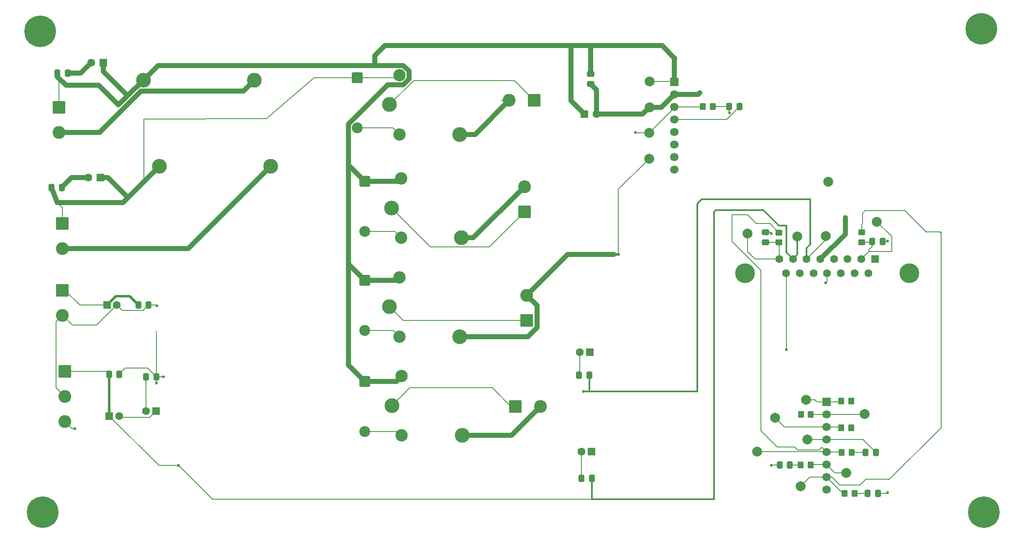
<source format=gbr>
%TF.GenerationSoftware,KiCad,Pcbnew,9.0.6*%
%TF.CreationDate,2026-01-14T23:40:17-08:00*%
%TF.ProjectId,ald_control_board,616c645f-636f-46e7-9472-6f6c5f626f61,rev?*%
%TF.SameCoordinates,Original*%
%TF.FileFunction,Copper,L1,Top*%
%TF.FilePolarity,Positive*%
%FSLAX46Y46*%
G04 Gerber Fmt 4.6, Leading zero omitted, Abs format (unit mm)*
G04 Created by KiCad (PCBNEW 9.0.6) date 2026-01-14 23:40:17*
%MOMM*%
%LPD*%
G01*
G04 APERTURE LIST*
G04 Aperture macros list*
%AMRoundRect*
0 Rectangle with rounded corners*
0 $1 Rounding radius*
0 $2 $3 $4 $5 $6 $7 $8 $9 X,Y pos of 4 corners*
0 Add a 4 corners polygon primitive as box body*
4,1,4,$2,$3,$4,$5,$6,$7,$8,$9,$2,$3,0*
0 Add four circle primitives for the rounded corners*
1,1,$1+$1,$2,$3*
1,1,$1+$1,$4,$5*
1,1,$1+$1,$6,$7*
1,1,$1+$1,$8,$9*
0 Add four rect primitives between the rounded corners*
20,1,$1+$1,$2,$3,$4,$5,0*
20,1,$1+$1,$4,$5,$6,$7,0*
20,1,$1+$1,$6,$7,$8,$9,0*
20,1,$1+$1,$8,$9,$2,$3,0*%
G04 Aperture macros list end*
%TA.AperFunction,EtchedComponent*%
%ADD10C,0.000000*%
%TD*%
%TA.AperFunction,ComponentPad*%
%ADD11C,0.800000*%
%TD*%
%TA.AperFunction,ComponentPad*%
%ADD12C,6.400000*%
%TD*%
%TA.AperFunction,ComponentPad*%
%ADD13C,2.000000*%
%TD*%
%TA.AperFunction,SMDPad,CuDef*%
%ADD14RoundRect,0.250000X0.475000X-0.337500X0.475000X0.337500X-0.475000X0.337500X-0.475000X-0.337500X0*%
%TD*%
%TA.AperFunction,SMDPad,CuDef*%
%ADD15RoundRect,0.250000X-0.450000X0.350000X-0.450000X-0.350000X0.450000X-0.350000X0.450000X0.350000X0*%
%TD*%
%TA.AperFunction,ComponentPad*%
%ADD16C,1.600000*%
%TD*%
%TA.AperFunction,ComponentPad*%
%ADD17R,1.600000X1.600000*%
%TD*%
%TA.AperFunction,ComponentPad*%
%ADD18C,4.000000*%
%TD*%
%TA.AperFunction,SMDPad,CuDef*%
%ADD19RoundRect,0.250000X-0.337500X-0.475000X0.337500X-0.475000X0.337500X0.475000X-0.337500X0.475000X0*%
%TD*%
%TA.AperFunction,ComponentPad*%
%ADD20C,2.500000*%
%TD*%
%TA.AperFunction,ComponentPad*%
%ADD21C,3.000000*%
%TD*%
%TA.AperFunction,SMDPad,CuDef*%
%ADD22RoundRect,0.250000X0.350000X0.450000X-0.350000X0.450000X-0.350000X-0.450000X0.350000X-0.450000X0*%
%TD*%
%TA.AperFunction,ComponentPad*%
%ADD23RoundRect,0.249999X-0.850001X0.850001X-0.850001X-0.850001X0.850001X-0.850001X0.850001X0.850001X0*%
%TD*%
%TA.AperFunction,ComponentPad*%
%ADD24C,2.200000*%
%TD*%
%TA.AperFunction,SMDPad,CuDef*%
%ADD25RoundRect,0.250000X-0.475000X0.337500X-0.475000X-0.337500X0.475000X-0.337500X0.475000X0.337500X0*%
%TD*%
%TA.AperFunction,SMDPad,CuDef*%
%ADD26C,0.500000*%
%TD*%
%TA.AperFunction,SMDPad,CuDef*%
%ADD27RoundRect,0.250000X0.337500X0.475000X-0.337500X0.475000X-0.337500X-0.475000X0.337500X-0.475000X0*%
%TD*%
%TA.AperFunction,ComponentPad*%
%ADD28RoundRect,0.250000X-0.550000X-0.550000X0.550000X-0.550000X0.550000X0.550000X-0.550000X0.550000X0*%
%TD*%
%TA.AperFunction,ComponentPad*%
%ADD29R,1.700000X1.700000*%
%TD*%
%TA.AperFunction,ComponentPad*%
%ADD30C,1.700000*%
%TD*%
%TA.AperFunction,ComponentPad*%
%ADD31RoundRect,0.250000X-1.050000X1.050000X-1.050000X-1.050000X1.050000X-1.050000X1.050000X1.050000X0*%
%TD*%
%TA.AperFunction,ComponentPad*%
%ADD32C,2.600000*%
%TD*%
%TA.AperFunction,SMDPad,CuDef*%
%ADD33RoundRect,0.250000X-0.350000X-0.450000X0.350000X-0.450000X0.350000X0.450000X-0.350000X0.450000X0*%
%TD*%
%TA.AperFunction,ComponentPad*%
%ADD34RoundRect,0.250000X0.550000X0.550000X-0.550000X0.550000X-0.550000X-0.550000X0.550000X-0.550000X0*%
%TD*%
%TA.AperFunction,ComponentPad*%
%ADD35RoundRect,0.250000X1.050000X-1.050000X1.050000X1.050000X-1.050000X1.050000X-1.050000X-1.050000X0*%
%TD*%
%TA.AperFunction,ComponentPad*%
%ADD36RoundRect,0.250000X1.050000X1.050000X-1.050000X1.050000X-1.050000X-1.050000X1.050000X-1.050000X0*%
%TD*%
%TA.AperFunction,ComponentPad*%
%ADD37RoundRect,0.250000X-1.050000X-1.050000X1.050000X-1.050000X1.050000X1.050000X-1.050000X1.050000X0*%
%TD*%
%TA.AperFunction,ViaPad*%
%ADD38C,0.600000*%
%TD*%
%TA.AperFunction,Conductor*%
%ADD39C,0.200000*%
%TD*%
%TA.AperFunction,Conductor*%
%ADD40C,0.350000*%
%TD*%
%TA.AperFunction,Conductor*%
%ADD41C,1.000000*%
%TD*%
%TA.AperFunction,Conductor*%
%ADD42C,0.500000*%
%TD*%
G04 APERTURE END LIST*
D10*
%TA.AperFunction,EtchedComponent*%
%TO.C,R_GND_TIE1*%
G36*
X178532200Y-92980800D02*
G01*
X177532200Y-92980800D01*
X177532200Y-92480800D01*
X178532200Y-92480800D01*
X178532200Y-92980800D01*
G37*
%TD.AperFunction*%
%TD*%
D11*
%TO.P,REF\u002A\u002A,1*%
%TO.N,N/C*%
X59100000Y-47500000D03*
X59802944Y-45802944D03*
X59802944Y-49197056D03*
X61500000Y-45100000D03*
D12*
X61500000Y-47500000D03*
D11*
X61500000Y-49900000D03*
X63197056Y-45802944D03*
X63197056Y-49197056D03*
X63900000Y-47500000D03*
%TD*%
%TO.P,REF\u002A\u002A,1*%
%TO.N,N/C*%
X59600000Y-145000000D03*
X60302944Y-143302944D03*
X60302944Y-146697056D03*
X62000000Y-142600000D03*
D12*
X62000000Y-145000000D03*
D11*
X62000000Y-147400000D03*
X63697056Y-143302944D03*
X63697056Y-146697056D03*
X64400000Y-145000000D03*
%TD*%
%TO.P,REF\u002A\u002A,1*%
%TO.N,N/C*%
X250100000Y-145000000D03*
X250802944Y-143302944D03*
X250802944Y-146697056D03*
X252500000Y-142600000D03*
D12*
X252500000Y-145000000D03*
D11*
X252500000Y-147400000D03*
X254197056Y-143302944D03*
X254197056Y-146697056D03*
X254900000Y-145000000D03*
%TD*%
%TO.P,REF\u002A\u002A,1*%
%TO.N,N/C*%
X249600000Y-47000000D03*
X250302944Y-45302944D03*
X250302944Y-48697056D03*
X252000000Y-44600000D03*
D12*
X252000000Y-47000000D03*
D11*
X252000000Y-49400000D03*
X253697056Y-45302944D03*
X253697056Y-48697056D03*
X254400000Y-47000000D03*
%TD*%
D13*
%TO.P,TP13,1,1*%
%TO.N,GND_SIG*%
X221000000Y-78000000D03*
%TD*%
%TO.P,TP9,1,1*%
%TO.N,Net-(C15-Pad1)*%
X230834900Y-86126800D03*
%TD*%
%TO.P,TP11,1,1*%
%TO.N,-15V*%
X220522800Y-89001600D03*
%TD*%
D14*
%TO.P,C14,1*%
%TO.N,Net-(C14-Pad1)*%
X208279700Y-90292400D03*
%TO.P,C14,2*%
%TO.N,GND_SIG*%
X208279700Y-88217400D03*
%TD*%
D15*
%TO.P,R9,1*%
%TO.N,/daq_interface/AI_MFC_FLOW*%
X227786900Y-88241600D03*
%TO.P,R9,2*%
%TO.N,Net-(C15-Pad1)*%
X227786900Y-90241600D03*
%TD*%
D16*
%TO.P,J10,15,P15*%
%TO.N,CHASSIS_GND*%
X212470100Y-96508800D03*
%TO.P,J10,14,P14*%
%TO.N,unconnected-(J10-P14-Pad14)*%
X215240100Y-96508800D03*
%TO.P,J10,13,P13*%
%TO.N,unconnected-(J10-P13-Pad13)*%
X218010100Y-96508800D03*
%TO.P,J10,12,P12*%
%TO.N,GND_SIG*%
X220780100Y-96508800D03*
%TO.P,J10,11,P111*%
X223550100Y-96508800D03*
%TO.P,J10,10,P10*%
%TO.N,unconnected-(J10-P10-Pad10)*%
X226320100Y-96508800D03*
%TO.P,J10,9,P9*%
%TO.N,unconnected-(J10-P9-Pad9)*%
X229090100Y-96508800D03*
%TO.P,J10,8,8*%
%TO.N,Net-(C14-Pad1)*%
X211085100Y-93668800D03*
%TO.P,J10,7,7*%
%TO.N,+15V*%
X213855100Y-93668800D03*
%TO.P,J10,6,6*%
%TO.N,-15V*%
X216625100Y-93668800D03*
%TO.P,J10,5,5*%
%TO.N,GND_PWR*%
X219395100Y-93668800D03*
%TO.P,J10,4,4*%
%TO.N,unconnected-(J10-Pad4)*%
X222165100Y-93668800D03*
%TO.P,J10,3,3*%
%TO.N,unconnected-(J10-Pad3)*%
X224935100Y-93668800D03*
%TO.P,J10,2,2*%
%TO.N,Net-(C15-Pad1)*%
X227705100Y-93668800D03*
D17*
%TO.P,J10,1,1*%
%TO.N,unconnected-(J10-Pad1)*%
X230475100Y-93668800D03*
D18*
%TO.P,J10,0*%
%TO.N,N/C*%
X237430100Y-96508800D03*
X204130100Y-96508800D03*
%TD*%
D13*
%TO.P,TP10,1,1*%
%TO.N,Net-(C14-Pad1)*%
X204622100Y-88514400D03*
%TD*%
D15*
%TO.P,R8,1*%
%TO.N,/daq_interface/AO_MFC_SETPOINT*%
X211022900Y-88292400D03*
%TO.P,R8,2*%
%TO.N,Net-(C14-Pad1)*%
X211022900Y-90292400D03*
%TD*%
D19*
%TO.P,C15,1*%
%TO.N,Net-(C15-Pad1)*%
X229920500Y-90089200D03*
%TO.P,C15,2*%
%TO.N,GND_SIG*%
X231995500Y-90089200D03*
%TD*%
D13*
%TO.P,TP12,1,1*%
%TO.N,+15V*%
X214731600Y-89103200D03*
%TD*%
D20*
%TO.P,K1,5*%
%TO.N,+24V*%
X134531200Y-77344000D03*
D21*
%TO.P,K1,3*%
%TO.N,GND_PWR*%
X146731200Y-89344000D03*
D20*
%TO.P,K1,2*%
%TO.N,/relay_board/P0.1*%
X134531200Y-89344000D03*
D21*
%TO.P,K1,1*%
%TO.N,Net-(J6-Pin_1)*%
X132581200Y-83294000D03*
%TD*%
D22*
%TO.P,R10,1*%
%TO.N,/vacuum_gauge_interface/AI_PRESSURE_FILT*%
X197630800Y-62788800D03*
%TO.P,R10,2*%
%TO.N,/vacuum_gauge_interface/AI_PRESSURE*%
X195630800Y-62788800D03*
%TD*%
%TO.P,R4,1*%
%TO.N,/daq_interface/DO_N2_DRV*%
X225666600Y-127833600D03*
%TO.P,R4,2*%
%TO.N,/daq_interface/DO_N2*%
X223666600Y-127833600D03*
%TD*%
D21*
%TO.P,F2,1*%
%TO.N,GND_PWR*%
X108131200Y-74894000D03*
%TO.P,F2,2*%
%TO.N,+12V*%
X85631200Y-74894000D03*
%TD*%
D23*
%TO.P,D1,1,K*%
%TO.N,+24V*%
X127186200Y-77948000D03*
D24*
%TO.P,D1,2,A*%
%TO.N,/relay_board/P0.1*%
X127186200Y-88108000D03*
%TD*%
D13*
%TO.P,TP15,1,1*%
%TO.N,+24V*%
X184861200Y-57658000D03*
%TD*%
D25*
%TO.P,C20,1*%
%TO.N,+24V*%
X172944700Y-56112500D03*
%TO.P,C20,2*%
%TO.N,GND_PWR*%
X172944700Y-58187500D03*
%TD*%
D26*
%TO.P,R_GND_TIE1,1*%
%TO.N,GND_PWR*%
X177532200Y-92730800D03*
%TO.P,R_GND_TIE1,2*%
%TO.N,GND_SIG*%
X178532200Y-92730800D03*
%TD*%
D19*
%TO.P,C5,1*%
%TO.N,+5V*%
X81380112Y-103000000D03*
%TO.P,C5,2*%
%TO.N,GND_SIG*%
X83455112Y-103000000D03*
%TD*%
%TO.P,C11,1*%
%TO.N,/daq_interface/AO_MFC_SP_FILT*%
X228578200Y-132862800D03*
%TO.P,C11,2*%
%TO.N,GND_SIG*%
X230653200Y-132862800D03*
%TD*%
D22*
%TO.P,R5,1*%
%TO.N,/daq_interface/AO_MFC_SP_FILT*%
X225717400Y-132862800D03*
%TO.P,R5,2*%
%TO.N,/daq_interface/AO_MFC_SETPOINT*%
X223717400Y-132862800D03*
%TD*%
D23*
%TO.P,D3,1,K*%
%TO.N,+24V*%
X127181400Y-97963200D03*
D24*
%TO.P,D3,2,A*%
%TO.N,/relay_board/P0.2*%
X127181400Y-108123200D03*
%TD*%
D23*
%TO.P,D4,1,K*%
%TO.N,+24V*%
X127186200Y-118435600D03*
D24*
%TO.P,D4,2,A*%
%TO.N,/relay_board/P0.3*%
X127186200Y-128595600D03*
%TD*%
D27*
%TO.P,C2,1*%
%TO.N,GND_PWR*%
X67075000Y-56000000D03*
%TO.P,C2,2*%
%TO.N,+24V*%
X65000000Y-56000000D03*
%TD*%
D28*
%TO.P,C21,1*%
%TO.N,+24V*%
X171639221Y-64312800D03*
D16*
%TO.P,C21,2*%
%TO.N,GND_PWR*%
X174139221Y-64312800D03*
%TD*%
D29*
%TO.P,J9,1,Pin_1*%
%TO.N,/daq_interface/DO_FORELINE*%
X220675200Y-122631200D03*
D30*
%TO.P,J9,2,Pin_2*%
%TO.N,/daq_interface/DO_PRECURSOR*%
X220675200Y-125171200D03*
%TO.P,J9,3,Pin_3*%
%TO.N,/daq_interface/DO_N2*%
X220675200Y-127711200D03*
%TO.P,J9,4,Pin_4*%
%TO.N,GND_SIG*%
X220675200Y-130251200D03*
%TO.P,J9,5,Pin_5*%
%TO.N,/daq_interface/AO_MFC_SETPOINT*%
X220675200Y-132791200D03*
%TO.P,J9,6,Pin_6*%
%TO.N,/vacuum_gauge_interface/AI_PRESSURE*%
X220675200Y-135331200D03*
%TO.P,J9,7,Pin_7*%
%TO.N,/daq_interface/AI_MFC_FLOW*%
X220675200Y-137871200D03*
%TO.P,J9,8,Pin_8*%
%TO.N,GND_SIG*%
X220675200Y-140411200D03*
%TD*%
D19*
%TO.P,C18,1*%
%TO.N,Net-(C18-Pad1)*%
X171082987Y-138125200D03*
%TO.P,C18,2*%
%TO.N,+15V*%
X173157987Y-138125200D03*
%TD*%
D31*
%TO.P,J2,1,Pin_1*%
%TO.N,+12V*%
X66000000Y-86455000D03*
D32*
%TO.P,J2,2,Pin_2*%
%TO.N,GND_PWR*%
X66000000Y-91535000D03*
%TD*%
D19*
%TO.P,C17,1*%
%TO.N,Net-(C16-Pad2)*%
X170575400Y-117195600D03*
%TO.P,C17,2*%
%TO.N,-15V*%
X172650400Y-117195600D03*
%TD*%
D33*
%TO.P,R6,1*%
%TO.N,/vacuum_gauge_interface/AI_PRESSURE_FILT*%
X215453000Y-135402800D03*
%TO.P,R6,2*%
%TO.N,/vacuum_gauge_interface/AI_PRESSURE*%
X217453000Y-135402800D03*
%TD*%
D13*
%TO.P,TP8,1,1*%
%TO.N,/daq_interface/AI_MFC_FLOW*%
X215421000Y-139720800D03*
%TD*%
%TO.P,TP5,1,1*%
%TO.N,GND_SIG*%
X216792600Y-130221200D03*
%TD*%
D19*
%TO.P,C9,1*%
%TO.N,-15V*%
X82925000Y-117500000D03*
%TO.P,C9,2*%
%TO.N,GND_SIG*%
X85000000Y-117500000D03*
%TD*%
D34*
%TO.P,C19,1*%
%TO.N,GND_PWR*%
X173075600Y-132689600D03*
D16*
%TO.P,C19,2*%
%TO.N,Net-(C18-Pad1)*%
X171075600Y-132689600D03*
%TD*%
D35*
%TO.P,J7,1,Pin_1*%
%TO.N,Net-(J7-Pin_1)*%
X160000000Y-106080000D03*
D32*
%TO.P,J7,2,Pin_2*%
%TO.N,GND_PWR*%
X160000000Y-101000000D03*
%TD*%
D31*
%TO.P,J3,1,Pin_1*%
%TO.N,+5V*%
X66000000Y-100000000D03*
D32*
%TO.P,J3,2,Pin_2*%
%TO.N,GND_SIG*%
X66000000Y-105080000D03*
%TD*%
D33*
%TO.P,R3,1*%
%TO.N,/daq_interface/DO_PRECURSOR_DRV*%
X215471800Y-125192000D03*
%TO.P,R3,2*%
%TO.N,/daq_interface/DO_PRECURSOR*%
X217471800Y-125192000D03*
%TD*%
D31*
%TO.P,J1,1,Pin_1*%
%TO.N,+24V*%
X65327500Y-62955000D03*
D32*
%TO.P,J1,2,Pin_2*%
%TO.N,GND_PWR*%
X65327500Y-68035000D03*
%TD*%
D19*
%TO.P,C13,1*%
%TO.N,/daq_interface/AI_MFC_FLOW_FILT*%
X228984600Y-141143200D03*
%TO.P,C13,2*%
%TO.N,GND_SIG*%
X231059600Y-141143200D03*
%TD*%
%TO.P,C22,1*%
%TO.N,/vacuum_gauge_interface/AI_PRESSURE_FILT*%
X200964800Y-62788800D03*
%TO.P,C22,2*%
%TO.N,GND_SIG*%
X203039800Y-62788800D03*
%TD*%
D28*
%TO.P,C6,1*%
%TO.N,+5V*%
X75000000Y-103000000D03*
D16*
%TO.P,C6,2*%
%TO.N,GND_SIG*%
X77000000Y-103000000D03*
%TD*%
D21*
%TO.P,K4,1*%
%TO.N,Net-(J8-Pin_1)*%
X132731200Y-123344000D03*
D20*
%TO.P,K4,2*%
%TO.N,/relay_board/P0.3*%
X134681200Y-129394000D03*
D21*
%TO.P,K4,3*%
%TO.N,GND_PWR*%
X146881200Y-129394000D03*
D20*
%TO.P,K4,5*%
%TO.N,+24V*%
X134681200Y-117394000D03*
%TD*%
D34*
%TO.P,C16,1*%
%TO.N,GND_PWR*%
X172720000Y-112572800D03*
D16*
%TO.P,C16,2*%
%TO.N,Net-(C16-Pad2)*%
X170720000Y-112572800D03*
%TD*%
D29*
%TO.P,J11,1,Pin_1*%
%TO.N,+24V*%
X189862000Y-57743200D03*
D30*
%TO.P,J11,2,Pin_2*%
%TO.N,GND_PWR*%
X189862000Y-60283200D03*
%TO.P,J11,3,Pin_3*%
%TO.N,/vacuum_gauge_interface/AI_PRESSURE*%
X189862000Y-62823200D03*
%TO.P,J11,4,Pin_4*%
%TO.N,GND_SIG*%
X189862000Y-65363200D03*
%TO.P,J11,5,Pin_5*%
%TO.N,unconnected-(J11-Pin_5-Pad5)*%
X189862000Y-67903200D03*
%TO.P,J11,6,Pin_6*%
%TO.N,unconnected-(J11-Pin_6-Pad6)*%
X189862000Y-70443200D03*
%TO.P,J11,7,Pin_7*%
%TO.N,unconnected-(J11-Pin_7-Pad7)*%
X189862000Y-72983200D03*
%TO.P,J11,8,Pin_8*%
%TO.N,unconnected-(J11-Pin_8-Pad8)*%
X189862000Y-75523200D03*
%TD*%
D23*
%TO.P,D2,1,K*%
%TO.N,+12V*%
X125686200Y-56936500D03*
D24*
%TO.P,D2,2,A*%
%TO.N,/relay_board/P0.0*%
X125686200Y-67096500D03*
%TD*%
D22*
%TO.P,R7,1*%
%TO.N,/daq_interface/AI_MFC_FLOW_FILT*%
X226311000Y-141143200D03*
%TO.P,R7,2*%
%TO.N,/daq_interface/AI_MFC_FLOW*%
X224311000Y-141143200D03*
%TD*%
D21*
%TO.P,K3,1*%
%TO.N,Net-(J7-Pin_1)*%
X132231200Y-103344000D03*
%TO.P,K3,3*%
%TO.N,GND_PWR*%
X146381200Y-109394000D03*
D20*
%TO.P,K3,5*%
%TO.N,+24V*%
X134181200Y-97394000D03*
%TO.P,K3,P0.2*%
%TO.N,/relay_board/P0.2*%
X134181200Y-109394000D03*
%TD*%
D34*
%TO.P,C10,1*%
%TO.N,GND_SIG*%
X84925000Y-124500000D03*
D16*
%TO.P,C10,2*%
%TO.N,-15V*%
X82925000Y-124500000D03*
%TD*%
D13*
%TO.P,TP3,1,1*%
%TO.N,/daq_interface/DO_PRECURSOR*%
X228375000Y-125039600D03*
%TD*%
D36*
%TO.P,J5,1,Pin_1*%
%TO.N,Net-(J5-Pin_1)*%
X161500000Y-61500000D03*
D32*
%TO.P,J5,2,Pin_2*%
%TO.N,GND_PWR*%
X156420000Y-61500000D03*
%TD*%
D34*
%TO.P,C1,1*%
%TO.N,+24V*%
X74306200Y-53894000D03*
D16*
%TO.P,C1,2*%
%TO.N,GND_PWR*%
X71806200Y-53894000D03*
%TD*%
D13*
%TO.P,TP7,1,1*%
%TO.N,/vacuum_gauge_interface/AI_PRESSURE*%
X224666600Y-137028400D03*
%TD*%
%TO.P,TP16,1,1*%
%TO.N,GND_PWR*%
X184810400Y-62890400D03*
%TD*%
D27*
%TO.P,C3,1*%
%TO.N,GND_PWR*%
X65881200Y-79221500D03*
%TO.P,C3,2*%
%TO.N,+12V*%
X63806200Y-79221500D03*
%TD*%
D13*
%TO.P,TP1,1,1*%
%TO.N,/daq_interface/DO_FORELINE*%
X216487800Y-122194800D03*
%TD*%
D21*
%TO.P,K2,1*%
%TO.N,Net-(J5-Pin_1)*%
X132231200Y-62344000D03*
D20*
%TO.P,K2,2*%
%TO.N,/relay_board/P0.0*%
X134181200Y-68394000D03*
D21*
%TO.P,K2,3*%
%TO.N,GND_PWR*%
X146381200Y-68394000D03*
D20*
%TO.P,K2,5*%
%TO.N,+12V*%
X134181200Y-56394000D03*
%TD*%
D21*
%TO.P,F1,1*%
%TO.N,GND_PWR*%
X104881200Y-57394000D03*
%TO.P,F1,2*%
%TO.N,+24V*%
X82381200Y-57394000D03*
%TD*%
D22*
%TO.P,R2,1*%
%TO.N,/daq_interface/DO_FORELINE_DRV*%
X225666600Y-122448800D03*
%TO.P,R2,2*%
%TO.N,/daq_interface/DO_FORELINE*%
X223666600Y-122448800D03*
%TD*%
D34*
%TO.P,C4,1*%
%TO.N,+12V*%
X73699800Y-77135200D03*
D16*
%TO.P,C4,2*%
%TO.N,GND_PWR*%
X71199800Y-77135200D03*
%TD*%
D13*
%TO.P,TP18,1,1*%
%TO.N,GND_SIG*%
X184759600Y-73304400D03*
%TD*%
%TO.P,TP17,1,1*%
%TO.N,/vacuum_gauge_interface/AI_PRESSURE*%
X184759600Y-68122800D03*
%TD*%
D27*
%TO.P,C12,1*%
%TO.N,/vacuum_gauge_interface/AI_PRESSURE_FILT*%
X213236600Y-135402800D03*
%TO.P,C12,2*%
%TO.N,GND_SIG*%
X211161600Y-135402800D03*
%TD*%
D35*
%TO.P,J6,1,Pin_1*%
%TO.N,Net-(J6-Pin_1)*%
X159500000Y-84080000D03*
D32*
%TO.P,J6,2,Pin_2*%
%TO.N,GND_PWR*%
X159500000Y-79000000D03*
%TD*%
D37*
%TO.P,J8,1,Pin_1*%
%TO.N,Net-(J8-Pin_1)*%
X157686200Y-123516500D03*
D32*
%TO.P,J8,2,Pin_2*%
%TO.N,GND_PWR*%
X162766200Y-123516500D03*
%TD*%
D13*
%TO.P,TP4,1,1*%
%TO.N,/daq_interface/DO_N2*%
X210239400Y-125852400D03*
%TD*%
%TO.P,TP6,1,1*%
%TO.N,/daq_interface/AO_MFC_SETPOINT*%
X206632600Y-132710400D03*
%TD*%
D28*
%TO.P,C8,1*%
%TO.N,+15V*%
X75500000Y-125500000D03*
D16*
%TO.P,C8,2*%
%TO.N,GND_SIG*%
X77500000Y-125500000D03*
%TD*%
D31*
%TO.P,J4,1,Pin_1*%
%TO.N,+15V*%
X66500000Y-116420000D03*
D32*
%TO.P,J4,2,Pin_2*%
%TO.N,GND_SIG*%
X66500000Y-121500000D03*
%TO.P,J4,3,Pin_3*%
%TO.N,-15V*%
X66500000Y-126580000D03*
%TD*%
D19*
%TO.P,C7,1*%
%TO.N,+15V*%
X75425000Y-117000000D03*
%TO.P,C7,2*%
%TO.N,GND_SIG*%
X77500000Y-117000000D03*
%TD*%
D38*
%TO.N,-15V*%
X68500000Y-128000000D03*
X171500000Y-120500000D03*
X82925000Y-117500000D03*
%TO.N,GND_SIG*%
X233000000Y-90000000D03*
%TO.N,GND_PWR*%
X224434400Y-85242400D03*
%TO.N,GND_SIG*%
X209500000Y-88500000D03*
%TO.N,GND_PWR*%
X224434400Y-85242400D03*
%TO.N,CHASSIS_GND*%
X212496400Y-112014000D03*
%TO.N,-15V*%
X82925000Y-117500000D03*
%TO.N,+15V*%
X75425000Y-117000000D03*
%TO.N,GND_SIG*%
X86462500Y-117500000D03*
X178582200Y-92730800D03*
%TO.N,/vacuum_gauge_interface/AI_PRESSURE_FILT*%
X200990035Y-63990035D03*
X213236600Y-135402800D03*
%TO.N,GND_SIG*%
X233000000Y-141000000D03*
X230653200Y-132862800D03*
X209500000Y-135500000D03*
%TO.N,/vacuum_gauge_interface/AI_PRESSURE*%
X182000000Y-68000000D03*
X217453000Y-135402800D03*
%TO.N,GND_SIG*%
X85073912Y-103106000D03*
X178582200Y-92730800D03*
%TO.N,GND_PWR*%
X195000000Y-60000000D03*
%TO.N,GND_SIG*%
X85038800Y-118778500D03*
%TO.N,GND_PWR*%
X194005200Y-60299600D03*
%TO.N,GND_SIG*%
X220500000Y-98500000D03*
%TO.N,+15V*%
X89500000Y-135500000D03*
%TD*%
D39*
%TO.N,-15V*%
X67920000Y-128000000D02*
X68500000Y-128000000D01*
X67800000Y-127880000D02*
X67920000Y-128000000D01*
%TO.N,+15V*%
X89500000Y-135500000D02*
X96341600Y-142341600D01*
X96341600Y-142341600D02*
X173177200Y-142341600D01*
D40*
%TO.N,-15V*%
X171502400Y-120497600D02*
X171500000Y-120500000D01*
X172567600Y-120497600D02*
X171502400Y-120497600D01*
D39*
X66500000Y-126580000D02*
X67800000Y-127880000D01*
%TO.N,+15V*%
X66500000Y-116420000D02*
X74845000Y-116420000D01*
X74845000Y-116420000D02*
X75425000Y-117000000D01*
D41*
%TO.N,GND_PWR*%
X65327500Y-68035000D02*
X73509382Y-68035000D01*
X81899382Y-59645000D02*
X102630200Y-59645000D01*
X102630200Y-59645000D02*
X104881200Y-57394000D01*
X73509382Y-68035000D02*
X81899382Y-59645000D01*
X66000000Y-91535000D02*
X91490200Y-91535000D01*
X91490200Y-91535000D02*
X108131200Y-74894000D01*
%TO.N,+24V*%
X73384200Y-58440800D02*
X66715800Y-58440800D01*
X66715800Y-58440800D02*
X65000000Y-56725000D01*
X65000000Y-56725000D02*
X65000000Y-56000000D01*
%TO.N,GND_PWR*%
X67075000Y-56000000D02*
X69700200Y-56000000D01*
X69700200Y-56000000D02*
X71806200Y-53894000D01*
D39*
%TO.N,+24V*%
X65327500Y-62955000D02*
X65327500Y-56327500D01*
X65327500Y-56327500D02*
X65000000Y-56000000D01*
%TO.N,+5V*%
X66000000Y-100000000D02*
X66500000Y-100000000D01*
X66500000Y-100000000D02*
X69500000Y-103000000D01*
X69500000Y-103000000D02*
X75000000Y-103000000D01*
%TO.N,GND_SIG*%
X66000000Y-105080000D02*
X68000000Y-107080000D01*
X68000000Y-107080000D02*
X72920000Y-107080000D01*
D41*
%TO.N,GND_PWR*%
X146381200Y-109394000D02*
X160208556Y-109394000D01*
X160208556Y-109394000D02*
X162051000Y-107551556D01*
X162051000Y-107551556D02*
X162051000Y-103051000D01*
X162051000Y-103051000D02*
X160000000Y-101000000D01*
D39*
%TO.N,GND_SIG*%
X208279700Y-88217400D02*
X209217400Y-88217400D01*
X209217400Y-88217400D02*
X209500000Y-88500000D01*
%TO.N,/daq_interface/AI_MFC_FLOW*%
X227786900Y-86634800D02*
X227786900Y-88241600D01*
X240792000Y-88158800D02*
X240639300Y-88158800D01*
X243839700Y-88158800D02*
X240792000Y-88158800D01*
X236504000Y-83870800D02*
X240792000Y-88158800D01*
X227939300Y-84404350D02*
X228472850Y-83870800D01*
X231571950Y-83870800D02*
X228472850Y-83870800D01*
X227939300Y-86482400D02*
X227786900Y-86634800D01*
X231546400Y-83870800D02*
X236504000Y-83870800D01*
X227939300Y-86482400D02*
X227939300Y-84404350D01*
%TO.N,/daq_interface/AO_MFC_SETPOINT*%
X209212900Y-86482400D02*
X206450900Y-86482400D01*
X211022900Y-88292400D02*
X209212900Y-86482400D01*
X206450900Y-86482400D02*
X204672900Y-84704400D01*
X201523300Y-84704400D02*
X201523300Y-90068100D01*
X201523300Y-90068100D02*
X207365600Y-95910400D01*
X204672900Y-84704400D02*
X201523300Y-84704400D01*
%TO.N,CHASSIS_GND*%
X212470100Y-96508800D02*
X212496400Y-96535100D01*
X212496400Y-96535100D02*
X212496400Y-112014000D01*
%TO.N,/daq_interface/AI_MFC_FLOW*%
X243687300Y-88311200D02*
X243839700Y-88158800D01*
%TO.N,-15V*%
X216625100Y-93668800D02*
X220522800Y-89771100D01*
D40*
X217322400Y-81584800D02*
X217322400Y-90525600D01*
X216625100Y-91426100D02*
X216625100Y-93668800D01*
X217322400Y-90525600D02*
X217424000Y-90627200D01*
%TO.N,+15V*%
X213855100Y-93668800D02*
X213855100Y-93586500D01*
X210972400Y-86868000D02*
X212496400Y-86868000D01*
X214731600Y-92710000D02*
X214731600Y-89103200D01*
X207873600Y-83769200D02*
X210972400Y-86868000D01*
X212496400Y-86868000D02*
X212547200Y-86918800D01*
X212547200Y-92405200D02*
X212591500Y-92405200D01*
X212547200Y-86918800D02*
X212547200Y-92405200D01*
X212591500Y-92405200D02*
X213855100Y-93668800D01*
X213855100Y-93586500D02*
X214731600Y-92710000D01*
D39*
%TO.N,-15V*%
X220522800Y-89771100D02*
X220522800Y-89001600D01*
D41*
%TO.N,GND_PWR*%
X219395100Y-93668800D02*
X224434400Y-88629500D01*
X224434400Y-88629500D02*
X224434400Y-85242400D01*
D39*
%TO.N,Net-(C14-Pad1)*%
X204622100Y-88514400D02*
X204622100Y-92121200D01*
X206169700Y-93668800D02*
X211085100Y-93668800D01*
X204622100Y-92121200D02*
X206169700Y-93668800D01*
X211022900Y-90292400D02*
X208279700Y-90292400D01*
%TO.N,Net-(C15-Pad1)*%
X227786900Y-90241600D02*
X229768100Y-90241600D01*
X233832100Y-89124000D02*
X230834900Y-86126800D01*
X229768100Y-90241600D02*
X229920500Y-90089200D01*
X227705100Y-93668800D02*
X229201900Y-92172000D01*
X233832100Y-92172000D02*
X233832100Y-89124000D01*
X227705100Y-93668800D02*
X227661700Y-93668800D01*
X229201900Y-92172000D02*
X233832100Y-92172000D01*
X227661700Y-93668800D02*
X227634500Y-93696000D01*
D40*
%TO.N,-15V*%
X217424000Y-90627200D02*
X216625100Y-91426100D01*
D39*
%TO.N,Net-(C14-Pad1)*%
X211022900Y-90977100D02*
X211085100Y-91039300D01*
%TO.N,Net-(C15-Pad1)*%
X229920500Y-91079500D02*
X229920500Y-90089200D01*
X229201900Y-92172000D02*
X229201900Y-91798100D01*
%TO.N,Net-(C14-Pad1)*%
X211022900Y-90292400D02*
X211022900Y-90977100D01*
%TO.N,Net-(C15-Pad1)*%
X229201900Y-91798100D02*
X229920500Y-91079500D01*
%TO.N,Net-(C14-Pad1)*%
X211085100Y-91039300D02*
X211085100Y-93668800D01*
%TO.N,GND_SIG*%
X232910800Y-90089200D02*
X233000000Y-90000000D01*
X231995500Y-90089200D02*
X232910800Y-90089200D01*
%TO.N,/daq_interface/AO_MFC_SETPOINT*%
X207365600Y-95910400D02*
X207365600Y-128494300D01*
D40*
%TO.N,-15V*%
X195326000Y-81584800D02*
X217322400Y-81584800D01*
%TO.N,+15V*%
X198221600Y-83769200D02*
X207873600Y-83769200D01*
X197866000Y-84124800D02*
X198221600Y-83769200D01*
D39*
%TO.N,Net-(J7-Pin_1)*%
X160000000Y-106080000D02*
X160000000Y-106000000D01*
X159920000Y-106080000D02*
X134967200Y-106080000D01*
X134967200Y-106080000D02*
X132231200Y-103344000D01*
X160000000Y-106000000D02*
X159920000Y-106080000D01*
D41*
%TO.N,GND_PWR*%
X160000000Y-101000000D02*
X168269200Y-92730800D01*
X168269200Y-92730800D02*
X177532200Y-92730800D01*
D39*
%TO.N,Net-(J6-Pin_1)*%
X159500000Y-84080000D02*
X152385000Y-91195000D01*
X152385000Y-91195000D02*
X140482200Y-91195000D01*
X140482200Y-91195000D02*
X132581200Y-83294000D01*
D41*
%TO.N,GND_PWR*%
X146731200Y-89344000D02*
X149156000Y-89344000D01*
X149156000Y-89344000D02*
X159500000Y-79000000D01*
X156420000Y-61500000D02*
X149526000Y-68394000D01*
X149526000Y-68394000D02*
X146381200Y-68394000D01*
D39*
%TO.N,Net-(J5-Pin_1)*%
X132231200Y-62344000D02*
X137075200Y-57500000D01*
X157500000Y-57500000D02*
X161500000Y-61500000D01*
X137075200Y-57500000D02*
X157500000Y-57500000D01*
%TO.N,GND_SIG*%
X66500000Y-121500000D02*
X64700000Y-119700000D01*
X64700000Y-119700000D02*
X64700000Y-106380000D01*
X64700000Y-106380000D02*
X66000000Y-105080000D01*
%TO.N,-15V*%
X82399000Y-118026000D02*
X82925000Y-117500000D01*
%TO.N,GND_SIG*%
X85000000Y-117500000D02*
X86462500Y-117500000D01*
%TO.N,Net-(C18-Pad1)*%
X171082987Y-138125200D02*
X171082987Y-132696987D01*
X171082987Y-132696987D02*
X171075600Y-132689600D01*
%TO.N,-15V*%
X82925000Y-117500000D02*
X82925000Y-124500000D01*
%TO.N,GND_SIG*%
X85037500Y-108237700D02*
X85037500Y-117000000D01*
%TO.N,+15V*%
X66500000Y-116420000D02*
X66946000Y-115974000D01*
%TO.N,+12V*%
X66000000Y-86455000D02*
X66000000Y-83263800D01*
X66000000Y-83263800D02*
X64951400Y-82215200D01*
D41*
%TO.N,+24V*%
X82381200Y-57394000D02*
X85332200Y-54443000D01*
%TO.N,GND_PWR*%
X174139221Y-64312800D02*
X183388000Y-64312800D01*
X183388000Y-64312800D02*
X184810400Y-62890400D01*
D39*
%TO.N,Net-(C16-Pad2)*%
X170720000Y-112572800D02*
X170720000Y-117051000D01*
X170720000Y-117051000D02*
X170575400Y-117195600D01*
%TO.N,/vacuum_gauge_interface/AI_PRESSURE_FILT*%
X200964800Y-63964800D02*
X200990035Y-63990035D01*
X200964800Y-62788800D02*
X200964800Y-63964800D01*
%TO.N,GND_SIG*%
X232856800Y-141143200D02*
X233000000Y-141000000D01*
X231059600Y-141143200D02*
X232856800Y-141143200D01*
X220675200Y-130251200D02*
X228041600Y-130251200D01*
X228041600Y-130251200D02*
X230653200Y-132862800D01*
X209597200Y-135402800D02*
X209500000Y-135500000D01*
X211161600Y-135402800D02*
X209597200Y-135402800D01*
%TO.N,/vacuum_gauge_interface/AI_PRESSURE*%
X182122800Y-68122800D02*
X182000000Y-68000000D01*
X184759600Y-68122800D02*
X182122800Y-68122800D01*
%TO.N,GND_SIG*%
X84967912Y-103000000D02*
X85073912Y-103106000D01*
X83455112Y-103000000D02*
X84967912Y-103000000D01*
D41*
%TO.N,GND_PWR*%
X194005200Y-60299600D02*
X194700400Y-60299600D01*
X194005200Y-60299600D02*
X193988800Y-60283200D01*
D39*
%TO.N,GND_SIG*%
X85000000Y-118739700D02*
X85038800Y-118778500D01*
X85000000Y-117500000D02*
X85000000Y-118739700D01*
X77500000Y-117000000D02*
X78721500Y-115778500D01*
X78721500Y-115778500D02*
X83278500Y-115778500D01*
X83278500Y-115778500D02*
X85000000Y-117500000D01*
X77000000Y-103000000D02*
X78106000Y-104106000D01*
X82349112Y-104106000D02*
X83455112Y-103000000D01*
X78106000Y-104106000D02*
X82349112Y-104106000D01*
X77000000Y-103000000D02*
X72920000Y-107080000D01*
D41*
%TO.N,GND_PWR*%
X172944700Y-58187500D02*
X174139221Y-59382021D01*
X174139221Y-59382021D02*
X174139221Y-64312800D01*
D39*
%TO.N,+24V*%
X184861200Y-57658000D02*
X189776800Y-57658000D01*
X189776800Y-57658000D02*
X189862000Y-57743200D01*
D41*
%TO.N,GND_PWR*%
X184810400Y-62890400D02*
X187254800Y-62890400D01*
X187254800Y-62890400D02*
X189862000Y-60283200D01*
D39*
%TO.N,/vacuum_gauge_interface/AI_PRESSURE*%
X184759600Y-68122800D02*
X189862000Y-63020400D01*
X189862000Y-63020400D02*
X189862000Y-62823200D01*
%TO.N,GND_SIG*%
X203039800Y-62788800D02*
X200465400Y-65363200D01*
X200465400Y-65363200D02*
X189862000Y-65363200D01*
X184759600Y-73304400D02*
X178532200Y-79531800D01*
X178532200Y-79531800D02*
X178532200Y-92730800D01*
X77500000Y-125500000D02*
X77778500Y-125778500D01*
X77778500Y-125778500D02*
X83646500Y-125778500D01*
X83646500Y-125778500D02*
X84925000Y-124500000D01*
D41*
%TO.N,GND_PWR*%
X65881200Y-79221500D02*
X65881200Y-79118800D01*
X67864800Y-77135200D02*
X71199800Y-77135200D01*
X65881200Y-79118800D02*
X67864800Y-77135200D01*
X189862000Y-60283200D02*
X193988800Y-60283200D01*
X146881200Y-129394000D02*
X156888700Y-129394000D01*
X156888700Y-129394000D02*
X162766200Y-123516500D01*
D39*
%TO.N,GND_SIG*%
X220645200Y-130221200D02*
X220675200Y-130251200D01*
X216792600Y-130221200D02*
X220645200Y-130221200D01*
%TO.N,/daq_interface/AO_MFC_SP_FILT*%
X225717400Y-132862800D02*
X228578200Y-132862800D01*
%TO.N,/daq_interface/AI_MFC_FLOW_FILT*%
X226311000Y-141143200D02*
X228984600Y-141143200D01*
D40*
%TO.N,-15V*%
X172567600Y-120497600D02*
X172650400Y-120414800D01*
X172650400Y-120414800D02*
X172650400Y-117195600D01*
%TO.N,+15V*%
X173177200Y-141986000D02*
X173157987Y-141966787D01*
D39*
X173157987Y-142322387D02*
X173177200Y-142341600D01*
D42*
X75500000Y-125500000D02*
X75500000Y-117075000D01*
D39*
X75500000Y-117075000D02*
X75425000Y-117000000D01*
X75500000Y-125367500D02*
X75500000Y-125500000D01*
D40*
X173177200Y-142341600D02*
X173177200Y-141986000D01*
X173157987Y-141966787D02*
X173157987Y-138125200D01*
D39*
%TO.N,/vacuum_gauge_interface/AI_PRESSURE_FILT*%
X213236600Y-135402800D02*
X215453000Y-135402800D01*
X197630800Y-62788800D02*
X200964800Y-62788800D01*
%TO.N,/relay_board/P0.1*%
X133295200Y-88108000D02*
X134531200Y-89344000D01*
X127186200Y-88108000D02*
X133295200Y-88108000D01*
D41*
%TO.N,+24V*%
X127186200Y-118435600D02*
X133639600Y-118435600D01*
X189941200Y-52984400D02*
X189862000Y-53063600D01*
X127186200Y-77948000D02*
X133927200Y-77948000D01*
X131216400Y-50393600D02*
X168910000Y-50393600D01*
X172720000Y-50393600D02*
X187350400Y-50393600D01*
X168910000Y-61583579D02*
X171639221Y-64312800D01*
X129184400Y-52425600D02*
X131216400Y-50393600D01*
X134989331Y-58345000D02*
X131890701Y-58345000D01*
X79213500Y-60561700D02*
X82381200Y-57394000D01*
X168910000Y-50393600D02*
X168910000Y-61583579D01*
X168910000Y-50393600D02*
X172720000Y-50393600D01*
X123885200Y-94667000D02*
X127181400Y-97963200D01*
X74306200Y-55654400D02*
X79213500Y-60561700D01*
X134989331Y-54443000D02*
X136132200Y-55585869D01*
X129184400Y-54443000D02*
X129184400Y-52425600D01*
X123885200Y-74647000D02*
X127186200Y-77948000D01*
X187350400Y-50393600D02*
X189941200Y-52984400D01*
X123885200Y-94667000D02*
X123885200Y-115134600D01*
X129184400Y-54443000D02*
X134989331Y-54443000D01*
X136132200Y-57202131D02*
X134989331Y-58345000D01*
X123885200Y-115134600D02*
X127186200Y-118435600D01*
X73384200Y-58440800D02*
X77359300Y-62415900D01*
X133612000Y-97963200D02*
X134181200Y-97394000D01*
X136132200Y-55585869D02*
X136132200Y-57202131D01*
D39*
X74306200Y-53927200D02*
X74552600Y-54173600D01*
D41*
X123885200Y-66350501D02*
X123885200Y-74647000D01*
X189862000Y-53063600D02*
X189862000Y-57743200D01*
D39*
X74552600Y-54173600D02*
X74816814Y-54173600D01*
D41*
X85332200Y-54443000D02*
X129184400Y-54443000D01*
X123885200Y-74647000D02*
X123885200Y-94667000D01*
X74306200Y-53894000D02*
X74306200Y-55654400D01*
X133639600Y-118435600D02*
X134681200Y-117394000D01*
X131890701Y-58345000D02*
X123885200Y-66350501D01*
D39*
X74306200Y-53894000D02*
X74306200Y-53927200D01*
D41*
X133927200Y-77948000D02*
X134531200Y-77344000D01*
X172944700Y-50618300D02*
X172944700Y-56112500D01*
X77359300Y-62415900D02*
X79213500Y-60561700D01*
X127181400Y-97963200D02*
X133612000Y-97963200D01*
X172720000Y-50393600D02*
X172944700Y-50618300D01*
%TO.N,+12V*%
X133638700Y-56936500D02*
X134181200Y-56394000D01*
X73699800Y-77135200D02*
X75213000Y-77135200D01*
X64951400Y-82215200D02*
X78285500Y-82239700D01*
X75213000Y-77135200D02*
X79301500Y-81223700D01*
D39*
X107318600Y-65248000D02*
X116950900Y-56936500D01*
X82501900Y-66975200D02*
X82501900Y-65274300D01*
X82501900Y-65274300D02*
X107318600Y-65248000D01*
D41*
X82501900Y-78023300D02*
X85631200Y-74894000D01*
D39*
X82501900Y-65274300D02*
X82579000Y-65197200D01*
X82501900Y-78023300D02*
X82501900Y-66975200D01*
D41*
X78285500Y-82239700D02*
X79301500Y-81223700D01*
X63806200Y-79221500D02*
X64951400Y-82215200D01*
D39*
X116950900Y-56936500D02*
X125686200Y-56936500D01*
X125686200Y-56936500D02*
X133638700Y-56936500D01*
D41*
X79301500Y-81223700D02*
X82501900Y-78023300D01*
D39*
%TO.N,/relay_board/P0.0*%
X125686200Y-67096500D02*
X132883700Y-67096500D01*
X132883700Y-67096500D02*
X134181200Y-68394000D01*
%TO.N,/relay_board/P0.2*%
X127181400Y-108123200D02*
X132910400Y-108123200D01*
X132910400Y-108123200D02*
X134181200Y-109394000D01*
%TO.N,/relay_board/P0.3*%
X127186200Y-128595600D02*
X133882800Y-128595600D01*
X133882800Y-128595600D02*
X134681200Y-129394000D01*
%TO.N,GND_PWR*%
X156686200Y-61516500D02*
X154895100Y-61516500D01*
%TO.N,Net-(J8-Pin_1)*%
X157686200Y-123516500D02*
X156747900Y-123516500D01*
X156747900Y-123516500D02*
X152987800Y-119756400D01*
X136318800Y-119756400D02*
X132731200Y-123344000D01*
X152987800Y-119756400D02*
X136318800Y-119756400D01*
%TO.N,/daq_interface/DO_PRECURSOR*%
X217492600Y-125171200D02*
X217471800Y-125192000D01*
X220675200Y-125171200D02*
X217492600Y-125171200D01*
X228243400Y-125171200D02*
X228375000Y-125039600D01*
X220675200Y-125171200D02*
X228243400Y-125171200D01*
%TO.N,/daq_interface/DO_FORELINE*%
X223484200Y-122631200D02*
X223666600Y-122448800D01*
X220675200Y-122631200D02*
X223484200Y-122631200D01*
X218316600Y-122194800D02*
X218753000Y-122631200D01*
X220675200Y-122631200D02*
X218753000Y-122631200D01*
X216487800Y-122194800D02*
X218316600Y-122194800D01*
%TO.N,/daq_interface/AO_MFC_SETPOINT*%
X214223300Y-131796000D02*
X214782100Y-132354800D01*
X219730800Y-131846800D02*
X220675200Y-132791200D01*
X220675200Y-132791200D02*
X223645800Y-132791200D01*
X220594400Y-132710400D02*
X220675200Y-132791200D01*
X206632600Y-132710400D02*
X220594400Y-132710400D01*
X214782100Y-132354800D02*
X219100100Y-132354800D01*
X219608100Y-131846800D02*
X219730800Y-131846800D01*
X223645800Y-132791200D02*
X223717400Y-132862800D01*
X207365300Y-128494000D02*
X207507450Y-128636150D01*
X207507450Y-128636150D02*
X210667300Y-131796000D01*
X210667300Y-131796000D02*
X214223300Y-131796000D01*
X219100100Y-132354800D02*
X219608100Y-131846800D01*
%TO.N,/daq_interface/DO_N2*%
X212098200Y-127711200D02*
X220675200Y-127711200D01*
X210239400Y-125852400D02*
X212098200Y-127711200D01*
X223544200Y-127711200D02*
X223666600Y-127833600D01*
X220675200Y-127711200D02*
X223544200Y-127711200D01*
%TO.N,/daq_interface/AI_MFC_FLOW*%
X220675200Y-137871200D02*
X223947200Y-141143200D01*
X217270600Y-137871200D02*
X220675200Y-137871200D01*
X220675200Y-137871200D02*
X221525200Y-138721200D01*
X223947200Y-141143200D02*
X224311000Y-141143200D01*
X215421000Y-139720800D02*
X217270600Y-137871200D01*
%TO.N,/vacuum_gauge_interface/AI_PRESSURE*%
X220675200Y-135331200D02*
X222372400Y-137028400D01*
X217503800Y-135402800D02*
X217575400Y-135331200D01*
X189862000Y-62823200D02*
X195596400Y-62823200D01*
X195596400Y-62823200D02*
X195630800Y-62788800D01*
X222372400Y-137028400D02*
X224666600Y-137028400D01*
X217575400Y-135331200D02*
X220675200Y-135331200D01*
X217453000Y-135402800D02*
X217503800Y-135402800D01*
D42*
%TO.N,+5V*%
X76800000Y-101200000D02*
X75000000Y-103000000D01*
X79580112Y-101200000D02*
X76800000Y-101200000D01*
X81380112Y-103000000D02*
X79580112Y-101200000D01*
D41*
%TO.N,GND_PWR*%
X194700400Y-60299600D02*
X195000000Y-60000000D01*
D39*
%TO.N,/daq_interface/AI_MFC_FLOW*%
X243839700Y-88158800D02*
X243839700Y-127862900D01*
X221801000Y-137871200D02*
X223396600Y-139466800D01*
X228527400Y-138298400D02*
X233201000Y-138298400D01*
X227409800Y-139466800D02*
X228527400Y-138349200D01*
X233201000Y-138298400D02*
X233302600Y-138400000D01*
X220675200Y-137871200D02*
X221801000Y-137871200D01*
X223396600Y-139466800D02*
X227409800Y-139466800D01*
X228527400Y-138349200D02*
X228527400Y-138298400D01*
X243839700Y-127862900D02*
X233302600Y-138400000D01*
%TO.N,/daq_interface/AO_MFC_SETPOINT*%
X207365600Y-128494300D02*
X207507450Y-128636150D01*
D40*
%TO.N,+15V*%
X173177200Y-142341600D02*
X197866000Y-142341600D01*
X197866000Y-142341600D02*
X197866000Y-84124800D01*
%TO.N,-15V*%
X172567600Y-120497600D02*
X194462400Y-120497600D01*
X194462400Y-120497600D02*
X194462400Y-82448400D01*
X194462400Y-82448400D02*
X195326000Y-81584800D01*
D39*
%TO.N,GND_SIG*%
X220780100Y-96508800D02*
X220780100Y-98219900D01*
X220780100Y-98219900D02*
X220500000Y-98500000D01*
%TO.N,+15V*%
X85500000Y-135500000D02*
X89500000Y-135500000D01*
X75500000Y-125500000D02*
X85500000Y-135500000D01*
%TD*%
M02*

</source>
